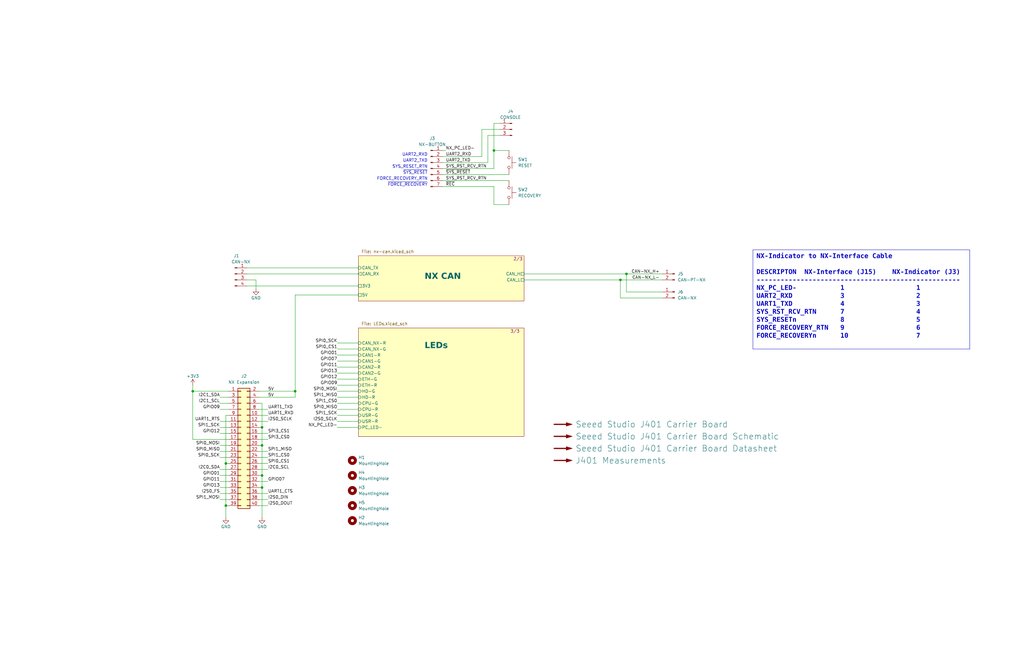
<source format=kicad_sch>
(kicad_sch (version 20231120) (generator "eeschema") (generator_version "8.0")
  (paper "B")
  (title_block (title "NX Indicator Board") (date "2023-08-28") (rev "1") (company "971 Spartan Robotics"))
  (lib_symbols
    (symbol "Connector:Conn_01x02_Pin" (pin_names (offset 1.016) hide)
      (property "Reference" "J" (at 0 2.54 0))
      (property "Value" "Conn_01x02_Pin" (at 0 -5.08 0))
      (symbol "Conn_01x02_Pin_1_1"
        (polyline (pts (xy 1.27 -2.54) (xy 0.8636 -2.54)) (stroke (width 0.1524)))
        (polyline (pts (xy 1.27 0) (xy 0.8636 0)) (stroke (width 0.1524)))
        (rectangle (start 0.8636 -2.413) (end 0 -2.667) (stroke (width 0.1524)) (fill (type outline)))
        (rectangle (start 0.8636 0.127) (end 0 -0.127) (stroke (width 0.1524)) (fill (type outline)))
        (pin passive line (at 5.08 0 180) (length 3.81) (name "Pin_1") (number "1"))
        (pin passive line (at 5.08 -2.54 180) (length 3.81) (name "Pin_2") (number "2"))
      )
    )
    (symbol "Connector:Conn_01x03_Pin" (pin_names (offset 1.016) hide)
      (property "Reference" "J" (at 0 5.08 0))
      (property "Value" "Conn_01x03_Pin" (at 0 -5.08 0))
      (symbol "Conn_01x03_Pin_1_1"
        (polyline (pts (xy 1.27 -2.54) (xy 0.8636 -2.54)) (stroke (width 0.1524)))
        (polyline (pts (xy 1.27 0) (xy 0.8636 0)) (stroke (width 0.1524)))
        (polyline (pts (xy 1.27 2.54) (xy 0.8636 2.54)) (stroke (width 0.1524)))
        (rectangle (start 0.8636 -2.413) (end 0 -2.667) (stroke (width 0.1524)) (fill (type outline)))
        (rectangle (start 0.8636 0.127) (end 0 -0.127) (stroke (width 0.1524)) (fill (type outline)))
        (rectangle (start 0.8636 2.667) (end 0 2.413) (stroke (width 0.1524)) (fill (type outline)))
        (pin passive line (at 5.08 2.54 180) (length 3.81) (name "Pin_1") (number "1"))
        (pin passive line (at 5.08 0 180) (length 3.81) (name "Pin_2") (number "2"))
        (pin passive line (at 5.08 -2.54 180) (length 3.81) (name "Pin_3") (number "3"))
      )
    )
    (symbol "Connector:Conn_01x04_Pin" (pin_names (offset 1.016) hide)
      (property "Reference" "J" (at 0 5.08 0))
      (property "Value" "Conn_01x04_Pin" (at 0 -7.62 0))
      (symbol "Conn_01x04_Pin_1_1"
        (polyline (pts (xy 1.27 -5.08) (xy 0.8636 -5.08)) (stroke (width 0.1524)))
        (polyline (pts (xy 1.27 -2.54) (xy 0.8636 -2.54)) (stroke (width 0.1524)))
        (polyline (pts (xy 1.27 0) (xy 0.8636 0)) (stroke (width 0.1524)))
        (polyline (pts (xy 1.27 2.54) (xy 0.8636 2.54)) (stroke (width 0.1524)))
        (rectangle (start 0.8636 -4.953) (end 0 -5.207) (stroke (width 0.1524)) (fill (type outline)))
        (rectangle (start 0.8636 -2.413) (end 0 -2.667) (stroke (width 0.1524)) (fill (type outline)))
        (rectangle (start 0.8636 0.127) (end 0 -0.127) (stroke (width 0.1524)) (fill (type outline)))
        (rectangle (start 0.8636 2.667) (end 0 2.413) (stroke (width 0.1524)) (fill (type outline)))
        (pin passive line (at 5.08 2.54 180) (length 3.81) (name "Pin_1") (number "1"))
        (pin passive line (at 5.08 0 180) (length 3.81) (name "Pin_2") (number "2"))
        (pin passive line (at 5.08 -2.54 180) (length 3.81) (name "Pin_3") (number "3"))
        (pin passive line (at 5.08 -5.08 180) (length 3.81) (name "Pin_4") (number "4"))
      )
    )
    (symbol "Connector:Conn_01x07_Pin" (pin_names (offset 1.016) hide)
      (property "Reference" "J" (at 0 10.16 0))
      (property "Value" "Conn_01x07_Pin" (at 0 -10.16 0))
      (symbol "Conn_01x07_Pin_1_1"
        (polyline (pts (xy 1.27 -7.62) (xy 0.8636 -7.62)) (stroke (width 0.1524)))
        (polyline (pts (xy 1.27 -5.08) (xy 0.8636 -5.08)) (stroke (width 0.1524)))
        (polyline (pts (xy 1.27 -2.54) (xy 0.8636 -2.54)) (stroke (width 0.1524)))
        (polyline (pts (xy 1.27 0) (xy 0.8636 0)) (stroke (width 0.1524)))
        (polyline (pts (xy 1.27 2.54) (xy 0.8636 2.54)) (stroke (width 0.1524)))
        (polyline (pts (xy 1.27 5.08) (xy 0.8636 5.08)) (stroke (width 0.1524)))
        (polyline (pts (xy 1.27 7.62) (xy 0.8636 7.62)) (stroke (width 0.1524)))
        (rectangle (start 0.8636 -7.493) (end 0 -7.747) (stroke (width 0.1524)) (fill (type outline)))
        (rectangle (start 0.8636 -4.953) (end 0 -5.207) (stroke (width 0.1524)) (fill (type outline)))
        (rectangle (start 0.8636 -2.413) (end 0 -2.667) (stroke (width 0.1524)) (fill (type outline)))
        (rectangle (start 0.8636 0.127) (end 0 -0.127) (stroke (width 0.1524)) (fill (type outline)))
        (rectangle (start 0.8636 2.667) (end 0 2.413) (stroke (width 0.1524)) (fill (type outline)))
        (rectangle (start 0.8636 5.207) (end 0 4.953) (stroke (width 0.1524)) (fill (type outline)))
        (rectangle (start 0.8636 7.747) (end 0 7.493) (stroke (width 0.1524)) (fill (type outline)))
        (pin passive line (at 5.08 7.62 180) (length 3.81) (name "Pin_1") (number "1"))
        (pin passive line (at 5.08 5.08 180) (length 3.81) (name "Pin_2") (number "2"))
        (pin passive line (at 5.08 2.54 180) (length 3.81) (name "Pin_3") (number "3"))
        (pin passive line (at 5.08 0 180) (length 3.81) (name "Pin_4") (number "4"))
        (pin passive line (at 5.08 -2.54 180) (length 3.81) (name "Pin_5") (number "5"))
        (pin passive line (at 5.08 -5.08 180) (length 3.81) (name "Pin_6") (number "6"))
        (pin passive line (at 5.08 -7.62 180) (length 3.81) (name "Pin_7") (number "7"))
      )
    )
    (symbol "Connector_Generic:Conn_02x20_Odd_Even" (pin_names (offset 1.016) hide)
      (property "Reference" "J" (at 1.27 25.4 0))
      (property "Value" "Conn_02x20_Odd_Even" (at 1.27 -27.94 0))
      (symbol "Conn_02x20_Odd_Even_1_1"
        (rectangle (start -1.27 -25.273) (end 0 -25.527) (stroke (width 0.1524)))
        (rectangle (start -1.27 -22.733) (end 0 -22.987) (stroke (width 0.1524)))
        (rectangle (start -1.27 -20.193) (end 0 -20.447) (stroke (width 0.1524)))
        (rectangle (start -1.27 -17.653) (end 0 -17.907) (stroke (width 0.1524)))
        (rectangle (start -1.27 -15.113) (end 0 -15.367) (stroke (width 0.1524)))
        (rectangle (start -1.27 -12.573) (end 0 -12.827) (stroke (width 0.1524)))
        (rectangle (start -1.27 -10.033) (end 0 -10.287) (stroke (width 0.1524)))
        (rectangle (start -1.27 -7.493) (end 0 -7.747) (stroke (width 0.1524)))
        (rectangle (start -1.27 -4.953) (end 0 -5.207) (stroke (width 0.1524)))
        (rectangle (start -1.27 -2.413) (end 0 -2.667) (stroke (width 0.1524)))
        (rectangle (start -1.27 0.127) (end 0 -0.127) (stroke (width 0.1524)))
        (rectangle (start -1.27 2.667) (end 0 2.413) (stroke (width 0.1524)))
        (rectangle (start -1.27 5.207) (end 0 4.953) (stroke (width 0.1524)))
        (rectangle (start -1.27 7.747) (end 0 7.493) (stroke (width 0.1524)))
        (rectangle (start -1.27 10.287) (end 0 10.033) (stroke (width 0.1524)))
        (rectangle (start -1.27 12.827) (end 0 12.573) (stroke (width 0.1524)))
        (rectangle (start -1.27 15.367) (end 0 15.113) (stroke (width 0.1524)))
        (rectangle (start -1.27 17.907) (end 0 17.653) (stroke (width 0.1524)))
        (rectangle (start -1.27 20.447) (end 0 20.193) (stroke (width 0.1524)))
        (rectangle (start -1.27 22.987) (end 0 22.733) (stroke (width 0.1524)))
        (rectangle (start -1.27 24.13) (end 3.81 -26.67) (stroke (width 0.254)) (fill (type background)))
        (rectangle (start 3.81 -25.273) (end 2.54 -25.527) (stroke (width 0.1524)))
        (rectangle (start 3.81 -22.733) (end 2.54 -22.987) (stroke (width 0.1524)))
        (rectangle (start 3.81 -20.193) (end 2.54 -20.447) (stroke (width 0.1524)))
        (rectangle (start 3.81 -17.653) (end 2.54 -17.907) (stroke (width 0.1524)))
        (rectangle (start 3.81 -15.113) (end 2.54 -15.367) (stroke (width 0.1524)))
        (rectangle (start 3.81 -12.573) (end 2.54 -12.827) (stroke (width 0.1524)))
        (rectangle (start 3.81 -10.033) (end 2.54 -10.287) (stroke (width 0.1524)))
        (rectangle (start 3.81 -7.493) (end 2.54 -7.747) (stroke (width 0.1524)))
        (rectangle (start 3.81 -4.953) (end 2.54 -5.207) (stroke (width 0.1524)))
        (rectangle (start 3.81 -2.413) (end 2.54 -2.667) (stroke (width 0.1524)))
        (rectangle (start 3.81 0.127) (end 2.54 -0.127) (stroke (width 0.1524)))
        (rectangle (start 3.81 2.667) (end 2.54 2.413) (stroke (width 0.1524)))
        (rectangle (start 3.81 5.207) (end 2.54 4.953) (stroke (width 0.1524)))
        (rectangle (start 3.81 7.747) (end 2.54 7.493) (stroke (width 0.1524)))
        (rectangle (start 3.81 10.287) (end 2.54 10.033) (stroke (width 0.1524)))
        (rectangle (start 3.81 12.827) (end 2.54 12.573) (stroke (width 0.1524)))
        (rectangle (start 3.81 15.367) (end 2.54 15.113) (stroke (width 0.1524)))
        (rectangle (start 3.81 17.907) (end 2.54 17.653) (stroke (width 0.1524)))
        (rectangle (start 3.81 20.447) (end 2.54 20.193) (stroke (width 0.1524)))
        (rectangle (start 3.81 22.987) (end 2.54 22.733) (stroke (width 0.1524)))
        (pin passive line (at -5.08 22.86 0) (length 3.81) (name "Pin_1") (number "1"))
        (pin passive line (at 7.62 12.7 180) (length 3.81) (name "Pin_10") (number "10"))
        (pin passive line (at -5.08 10.16 0) (length 3.81) (name "Pin_11") (number "11"))
        (pin passive line (at 7.62 10.16 180) (length 3.81) (name "Pin_12") (number "12"))
        (pin passive line (at -5.08 7.62 0) (length 3.81) (name "Pin_13") (number "13"))
        (pin passive line (at 7.62 7.62 180) (length 3.81) (name "Pin_14") (number "14"))
        (pin passive line (at -5.08 5.08 0) (length 3.81) (name "Pin_15") (number "15"))
        (pin passive line (at 7.62 5.08 180) (length 3.81) (name "Pin_16") (number "16"))
        (pin passive line (at -5.08 2.54 0) (length 3.81) (name "Pin_17") (number "17"))
        (pin passive line (at 7.62 2.54 180) (length 3.81) (name "Pin_18") (number "18"))
        (pin passive line (at -5.08 0 0) (length 3.81) (name "Pin_19") (number "19"))
        (pin passive line (at 7.62 22.86 180) (length 3.81) (name "Pin_2") (number "2"))
        (pin passive line (at 7.62 0 180) (length 3.81) (name "Pin_20") (number "20"))
        (pin passive line (at -5.08 -2.54 0) (length 3.81) (name "Pin_21") (number "21"))
        (pin passive line (at 7.62 -2.54 180) (length 3.81) (name "Pin_22") (number "22"))
        (pin passive line (at -5.08 -5.08 0) (length 3.81) (name "Pin_23") (number "23"))
        (pin passive line (at 7.62 -5.08 180) (length 3.81) (name "Pin_24") (number "24"))
        (pin passive line (at -5.08 -7.62 0) (length 3.81) (name "Pin_25") (number "25"))
        (pin passive line (at 7.62 -7.62 180) (length 3.81) (name "Pin_26") (number "26"))
        (pin passive line (at -5.08 -10.16 0) (length 3.81) (name "Pin_27") (number "27"))
        (pin passive line (at 7.62 -10.16 180) (length 3.81) (name "Pin_28") (number "28"))
        (pin passive line (at -5.08 -12.7 0) (length 3.81) (name "Pin_29") (number "29"))
        (pin passive line (at -5.08 20.32 0) (length 3.81) (name "Pin_3") (number "3"))
        (pin passive line (at 7.62 -12.7 180) (length 3.81) (name "Pin_30") (number "30"))
        (pin passive line (at -5.08 -15.24 0) (length 3.81) (name "Pin_31") (number "31"))
        (pin passive line (at 7.62 -15.24 180) (length 3.81) (name "Pin_32") (number "32"))
        (pin passive line (at -5.08 -17.78 0) (length 3.81) (name "Pin_33") (number "33"))
        (pin passive line (at 7.62 -17.78 180) (length 3.81) (name "Pin_34") (number "34"))
        (pin passive line (at -5.08 -20.32 0) (length 3.81) (name "Pin_35") (number "35"))
        (pin passive line (at 7.62 -20.32 180) (length 3.81) (name "Pin_36") (number "36"))
        (pin passive line (at -5.08 -22.86 0) (length 3.81) (name "Pin_37") (number "37"))
        (pin passive line (at 7.62 -22.86 180) (length 3.81) (name "Pin_38") (number "38"))
        (pin passive line (at -5.08 -25.4 0) (length 3.81) (name "Pin_39") (number "39"))
        (pin passive line (at 7.62 20.32 180) (length 3.81) (name "Pin_4") (number "4"))
        (pin passive line (at 7.62 -25.4 180) (length 3.81) (name "Pin_40") (number "40"))
        (pin passive line (at -5.08 17.78 0) (length 3.81) (name "Pin_5") (number "5"))
        (pin passive line (at 7.62 17.78 180) (length 3.81) (name "Pin_6") (number "6"))
        (pin passive line (at -5.08 15.24 0) (length 3.81) (name "Pin_7") (number "7"))
        (pin passive line (at 7.62 15.24 180) (length 3.81) (name "Pin_8") (number "8"))
        (pin passive line (at -5.08 12.7 0) (length 3.81) (name "Pin_9") (number "9"))
      )
    )
    (symbol "Graphic:SYM_Arrow_Large" (in_bom no) (on_board no)
      (symbol "SYM_Arrow_Large_0_1"
        (polyline (pts (xy 2.54 0) (xy -3.81 0)) (stroke (width 0.508)))
        (polyline (pts (xy 3.81 0) (xy 1.27 -0.762) (xy 1.27 0.762) (xy 3.81 0)) (fill (type outline)))
      )
    )
    (symbol "Mechanical:MountingHole" (pin_names (offset 1.016))
      (property "Reference" "H" (at 0 5.08 0))
      (property "Value" "MountingHole" (at 0 3.175 0))
      (symbol "MountingHole_0_1"
        (circle (center 0 0) (radius 1.27) (stroke (width 1.27)))
      )
    )
    (symbol "Switch:SW_Push" (pin_numbers hide) (pin_names (offset 1.016) hide)
      (property "Reference" "SW" (at 1.27 2.54 0))
      (property "Value" "SW_Push" (at 0 -1.524 0))
      (symbol "SW_Push_0_1"
        (circle (center -2.032 0) (radius 0.508))
        (polyline (pts (xy 0 1.27) (xy 0 3.048)))
        (polyline (pts (xy 2.54 1.27) (xy -2.54 1.27)))
        (circle (center 2.032 0) (radius 0.508))
        (pin passive line (at -5.08 0 0) (length 2.54) (name "1") (number "1"))
        (pin passive line (at 5.08 0 180) (length 2.54) (name "2") (number "2"))
      )
    )
    (symbol "power:+3V3" (power) (pin_names (offset 0))
      (property "Value" "+3V3" (at 0 3.556 0))
      (symbol "+3V3_0_1"
        (polyline (pts (xy -0.762 1.27) (xy 0 2.54)))
        (polyline (pts (xy 0 0) (xy 0 2.54)))
        (polyline (pts (xy 0 2.54) (xy 0.762 1.27)))
      )
      (symbol "+3V3_1_1"
        (pin power_in line (at 0 0 90) (length 0) hide (name "+3V3") (number "1"))
      )
    )
    (symbol "power:GND" (power) (pin_names (offset 0))
      (property "Value" "GND" (at 0 -3.81 0))
      (symbol "GND_0_1"
        (polyline (pts (xy 0 0) (xy 0 -1.27) (xy 1.27 -1.27) (xy 0 -2.54) (xy -1.27 -1.27) (xy 0 -1.27)))
      )
      (symbol "GND_1_1"
        (pin power_in line (at 0 0 270) (length 0) hide (name "GND") (number "1"))
      )
    )
  )
  (junction (at 208.28 63.5))
  (junction (at 124.46 165.1))
  (junction (at 95.25 195.58))
  (junction (at 81.28 165.1))
  (junction (at 95.25 213.36))
  (junction (at 110.49 180.34))
  (junction (at 110.49 187.96))
  (junction (at 110.49 200.66))
  (junction (at 110.49 205.74))
  (junction (at 264.16 115.57))
  (junction (at 261.62 118.11))
  (wire (pts (xy 92.71 177.8) (xy 96.52 177.8)))
  (wire (pts (xy 95.25 213.36) (xy 96.52 213.36)))
  (wire (pts (xy 110.49 205.74) (xy 110.49 218.44)))
  (wire (pts (xy 110.49 200.66) (xy 110.49 205.74)))
  (wire (pts (xy 109.22 195.58) (xy 113.03 195.58)))
  (wire (pts (xy 95.25 195.58) (xy 96.52 195.58)))
  (wire (pts (xy 109.22 185.42) (xy 113.03 185.42)))
  (wire (pts (xy 109.22 175.26) (xy 113.03 175.26)))
  (wire (pts (xy 142.24 180.34) (xy 151.13 180.34)))
  (wire (pts (xy 186.69 63.5) (xy 187.96 63.5)))
  (wire (pts (xy 279.4 123.19) (xy 264.16 123.19)))
  (wire (pts (xy 109.22 210.82) (xy 113.03 210.82)))
  (wire (pts (xy 214.63 63.5) (xy 208.28 63.5)))
  (wire (pts (xy 96.52 175.26) (xy 95.25 175.26)))
  (wire (pts (xy 110.49 180.34) (xy 110.49 187.96)))
  (wire (pts (xy 142.24 165.1) (xy 151.13 165.1)))
  (wire (pts (xy 109.22 198.12) (xy 113.03 198.12)))
  (wire (pts (xy 264.16 115.57) (xy 279.4 115.57)))
  (wire (pts (xy 142.24 172.72) (xy 151.13 172.72)))
  (wire (pts (xy 142.24 175.26) (xy 151.13 175.26)))
  (wire (pts (xy 142.24 160.02) (xy 151.13 160.02)))
  (wire (pts (xy 210.82 54.61) (xy 203.2 54.61)))
  (wire (pts (xy 109.22 187.96) (xy 110.49 187.96)))
  (wire (pts (xy 124.46 167.64) (xy 124.46 165.1)))
  (wire (pts (xy 142.24 147.32) (xy 151.13 147.32)))
  (wire (pts (xy 110.49 170.18) (xy 110.49 180.34)))
  (wire (pts (xy 208.28 78.74) (xy 208.28 86.36)))
  (wire (pts (xy 92.71 180.34) (xy 96.52 180.34)))
  (wire (pts (xy 264.16 123.19) (xy 264.16 115.57)))
  (wire (pts (xy 95.25 175.26) (xy 95.25 195.58)))
  (wire (pts (xy 261.62 118.11) (xy 279.4 118.11)))
  (wire (pts (xy 142.24 144.78) (xy 151.13 144.78)))
  (wire (pts (xy 109.22 165.1) (xy 124.46 165.1)))
  (wire (pts (xy 208.28 86.36) (xy 214.63 86.36)))
  (wire (pts (xy 186.69 68.58) (xy 205.74 68.58)))
  (wire (pts (xy 92.71 200.66) (xy 96.52 200.66)))
  (wire (pts (xy 205.74 57.15) (xy 210.82 57.15)))
  (wire (pts (xy 92.71 182.88) (xy 96.52 182.88)))
  (wire (pts (xy 261.62 125.73) (xy 261.62 118.11)))
  (wire (pts (xy 279.4 125.73) (xy 261.62 125.73)))
  (wire (pts (xy 92.71 203.2) (xy 96.52 203.2)))
  (wire (pts (xy 109.22 208.28) (xy 113.03 208.28)))
  (wire (pts (xy 142.24 177.8) (xy 151.13 177.8)))
  (wire (pts (xy 104.14 118.11) (xy 107.95 118.11)))
  (wire (pts (xy 81.28 165.1) (xy 96.52 165.1)))
  (wire (pts (xy 81.28 165.1) (xy 81.28 185.42)))
  (wire (pts (xy 142.24 170.18) (xy 151.13 170.18)))
  (wire (pts (xy 186.69 76.2) (xy 214.63 76.2)))
  (wire (pts (xy 186.69 71.12) (xy 208.28 71.12)))
  (wire (pts (xy 92.71 172.72) (xy 96.52 172.72)))
  (wire (pts (xy 92.71 187.96) (xy 96.52 187.96)))
  (wire (pts (xy 205.74 68.58) (xy 205.74 57.15)))
  (wire (pts (xy 110.49 187.96) (xy 110.49 200.66)))
  (wire (pts (xy 142.24 152.4) (xy 151.13 152.4)))
  (wire (pts (xy 104.14 115.57) (xy 151.13 115.57)))
  (wire (pts (xy 109.22 172.72) (xy 113.03 172.72)))
  (wire (pts (xy 186.69 78.74) (xy 208.28 78.74)))
  (wire (pts (xy 210.82 52.07) (xy 208.28 52.07)))
  (wire (pts (xy 142.24 162.56) (xy 151.13 162.56)))
  (wire (pts (xy 92.71 198.12) (xy 96.52 198.12)))
  (wire (pts (xy 142.24 157.48) (xy 151.13 157.48)))
  (wire (pts (xy 142.24 149.86) (xy 151.13 149.86)))
  (wire (pts (xy 220.98 115.57) (xy 264.16 115.57)))
  (wire (pts (xy 81.28 162.56) (xy 81.28 165.1)))
  (wire (pts (xy 92.71 167.64) (xy 96.52 167.64)))
  (wire (pts (xy 109.22 213.36) (xy 113.03 213.36)))
  (wire (pts (xy 95.25 213.36) (xy 95.25 218.44)))
  (wire (pts (xy 109.22 177.8) (xy 113.03 177.8)))
  (wire (pts (xy 109.22 205.74) (xy 110.49 205.74)))
  (wire (pts (xy 124.46 124.46) (xy 151.13 124.46)))
  (wire (pts (xy 208.28 63.5) (xy 208.28 71.12)))
  (wire (pts (xy 92.71 210.82) (xy 96.52 210.82)))
  (wire (pts (xy 142.24 154.94) (xy 151.13 154.94)))
  (wire (pts (xy 81.28 185.42) (xy 96.52 185.42)))
  (wire (pts (xy 109.22 167.64) (xy 124.46 167.64)))
  (wire (pts (xy 220.98 118.11) (xy 261.62 118.11)))
  (wire (pts (xy 208.28 52.07) (xy 208.28 63.5)))
  (wire (pts (xy 92.71 193.04) (xy 96.52 193.04)))
  (wire (pts (xy 109.22 200.66) (xy 110.49 200.66)))
  (wire (pts (xy 124.46 165.1) (xy 124.46 124.46)))
  (wire (pts (xy 92.71 170.18) (xy 96.52 170.18)))
  (wire (pts (xy 109.22 170.18) (xy 110.49 170.18)))
  (wire (pts (xy 104.14 120.65) (xy 151.13 120.65)))
  (wire (pts (xy 104.14 113.03) (xy 151.13 113.03)))
  (wire (pts (xy 186.69 66.04) (xy 203.2 66.04)))
  (wire (pts (xy 92.71 205.74) (xy 96.52 205.74)))
  (wire (pts (xy 142.24 167.64) (xy 151.13 167.64)))
  (wire (pts (xy 109.22 180.34) (xy 110.49 180.34)))
  (wire (pts (xy 109.22 193.04) (xy 113.03 193.04)))
  (wire (pts (xy 92.71 190.5) (xy 96.52 190.5)))
  (wire (pts (xy 95.25 195.58) (xy 95.25 213.36)))
  (wire (pts (xy 109.22 182.88) (xy 113.03 182.88)))
  (wire (pts (xy 203.2 54.61) (xy 203.2 66.04)))
  (wire (pts (xy 186.69 73.66) (xy 214.63 73.66)))
  (wire (pts (xy 92.71 208.28) (xy 96.52 208.28)))
  (wire (pts (xy 107.95 118.11) (xy 107.95 121.92)))
  (wire (pts (xy 109.22 190.5) (xy 113.03 190.5)))
  (wire (pts (xy 109.22 203.2) (xy 113.03 203.2)))
  (text_box "NX-Indicator to NX-Interface Cable\n\nDESCRIPTON  NX-Interface (J15)    NX-Indicator (J3)\n---------------------------------------------------\nNX_PC_LED-           1                  1\nUART2_RXD            3                  2\nUART1_TXD            4                  3\nSYS_RST_RCV_RTN      7                  4\nSYS_RESETn           8                  5\nFORCE_RECOVERY_RTN   9                  6\nFORCE_RECOVERYn      10                 7\n" (at 317.5 105.41 0) (size 91.44 41.91) (effects (font (size 2 2) (bold yes)) (justify left top)))
  (text "FORCE_RECOVERY_RTN" (at 180.34 76.2 0) (effects (font (size 1.27 1.27)) (justify right bottom)))
  (text "UART2_RXD" (at 180.34 66.04 0) (effects (font (size 1.27 1.27)) (justify right bottom)))
  (text "~{SYS_RESET}" (at 180.34 73.66 0) (effects (font (size 1.27 1.27)) (justify right bottom)))
  (text "UART2_TXD" (at 180.34 68.58 0) (effects (font (size 1.27 1.27)) (justify right bottom)))
  (text "~{FORCE_RECOVERY}" (at 180.34 78.74 0) (effects (font (size 1.27 1.27)) (justify right bottom)))
  (text "SYS_RESET_RTN" (at 180.34 71.12 0) (effects (font (size 1.27 1.27)) (justify right bottom)))
  (label "SPI0_SCK" (at 142.24 144.78 180))
  (label "I2C1_SCL" (at 92.71 170.18 180))
  (label "CAN-NX_L-" (at 278.13 118.11 180))
  (label "UART1_CTS" (at 113.03 208.28 0))
  (label "SPI1_SCK" (at 92.71 180.34 180))
  (label "GPIO11" (at 92.71 203.2 180))
  (label "GPIO01" (at 142.24 149.86 180))
  (label "5V" (at 113.03 167.64 0))
  (label "I2C0_SCL" (at 113.03 198.12 0))
  (label "GPIO09" (at 92.71 172.72 180))
  (label "I2S0_SCLK" (at 142.24 177.8 180))
  (label "SPI1_CS0" (at 113.03 193.04 0))
  (label "SPI1_MOSI" (at 92.71 210.82 180))
  (label "GPIO13" (at 142.24 157.48 180))
  (label "I2C0_SDA" (at 92.71 198.12 180))
  (label "SPI0_CS1" (at 113.03 195.58 0))
  (label "UART2_RXD" (at 187.96 66.04 0))
  (label "SPI0_SCK" (at 92.71 193.04 180))
  (label "GPIO09" (at 142.24 162.56 180))
  (label "SPI0_MISO" (at 142.24 172.72 180))
  (label "GPIO12" (at 92.71 182.88 180))
  (label "SPI0_MOSI" (at 92.71 187.96 180))
  (label "SYS_RST_RCV_RTN" (at 187.96 76.2 0))
  (label "GPIO11" (at 142.24 154.94 180))
  (label "SPI3_CS1" (at 113.03 182.88 0))
  (label "SPI1_MISO" (at 113.03 190.5 0))
  (label "GPIO07" (at 113.03 203.2 0))
  (label "5V" (at 113.03 165.1 0))
  (label "I2S0_DIN" (at 113.03 210.82 0))
  (label "SPI0_MOSI" (at 142.24 165.1 180))
  (label "SPI0_CS1" (at 142.24 147.32 180))
  (label "SPI0_MISO" (at 92.71 190.5 180))
  (label "NX_PC_LED-" (at 187.96 63.5 0))
  (label "UART1_TXD" (at 113.03 172.72 0))
  (label "I2S0_FS" (at 92.71 208.28 180))
  (label "SPI1_MISO" (at 142.24 167.64 180))
  (label "~{SYS_RESET}" (at 187.96 73.66 0))
  (label "SPI1_SCK" (at 142.24 175.26 180))
  (label "I2S0_DOUT" (at 113.03 213.36 0))
  (label "~{REC}" (at 187.96 78.74 0))
  (label "CAN-NX_H+" (at 278.13 115.57 180))
  (label "UART2_TXD" (at 187.96 68.58 0))
  (label "NX_PC_LED-" (at 142.24 180.34 180))
  (label "GPIO13" (at 92.71 205.74 180))
  (label "GPIO12" (at 142.24 160.02 180))
  (label "SYS_RST_RCV_RTN" (at 187.96 71.12 0))
  (label "SPI1_CS0" (at 142.24 170.18 180))
  (label "I2C1_SDA" (at 92.71 167.64 180))
  (label "I2S0_SCLK" (at 113.03 177.8 0))
  (label "GPIO07" (at 142.24 152.4 180))
  (label "UART1_RXD" (at 113.03 175.26 0))
  (label "SPI3_CS0" (at 113.03 185.42 0))
  (label "UART1_RTS" (at 92.71 177.8 180))
  (label "GPIO01" (at 92.71 200.66 180))
  (symbol (lib_id "power:GND") (at 107.95 121.92 0) (unit 1)
    (property "Reference" "#PWR01" (effects (hide yes)))
    (property "Value" "GND" (at 107.95 125.73 0))
  )
  (symbol (lib_id "Connector:Conn_01x02_Pin") (at 284.48 115.57 0) (mirror y) (unit 1)
    (property "Reference" "J5" (at 285.75 115.57 0) (effects (justify right)))
    (property "Value" "CAN-PT-NX" (at 285.75 118.11 0) (effects (justify right)))
    (property "Footprint" "NX-IndicatorBoard:70555-0001" (effects (hide yes)))
    (property "Datasheet" "Components/Molex-70555-0001.pdf" (effects (hide yes)))
    (property "MFG" "Molex" (effects (hide yes)))
    (property "MFG P/N" "0705550001" (effects (hide yes)))
    (property "DIST" "Digikey" (effects (hide yes)))
    (property "DIST P/N" "WM4164-ND" (effects (hide yes)))
  )
  (symbol (lib_id "Mechanical:MountingHole") (at 148.59 200.66 0) (unit 1) (in_bom no)
    (property "Reference" "H4" (at 151.13 199.39 0) (effects (justify left)))
    (property "Value" "MountingHole" (at 151.13 201.93 0) (effects (justify left)))
    (property "Footprint" "MountingHole:MountingHole_2.7mm_M2.5_Pad" (effects (hide yes)))
  )
  (symbol (lib_id "power:+3V3") (at 81.28 162.56 0) (unit 1)
    (property "Reference" "#PWR013" (effects (hide yes)))
    (property "Value" "+3V3" (at 81.28 158.75 0))
  )
  (symbol (lib_id "Graphic:SYM_Arrow_Large") (at 237.49 184.15 0) (unit 1) (in_bom no) (on_board no)
    (property "Reference" "#SYM3" (effects (hide yes)))
    (property "Value" "Seeed Studio J401 Carrier Board Schematic" (at 242.57 184.15 0) (effects (font (size 2.54 2.54)) (justify left)))
    (property "Datasheet" "https://files.seeedstudio.com/wiki/J401/reComputer_J401_SCH_V1.0.pdf" (effects (hide yes)))
  )
  (symbol (lib_id "Switch:SW_Push") (at 214.63 68.58 270) (unit 1)
    (property "Reference" "SW1" (at 218.44 67.31 90) (effects (justify left)))
    (property "Value" "RESET" (at 218.44 69.85 90) (effects (justify left)))
    (property "Footprint" "NX-IndicatorBoard:SW_TL1105VF100Q_EWI" (effects (hide yes)))
    (property "Datasheet" "Components/E-SWITCH-tl1105vf100q-drawing.pdf" (effects (hide yes)))
    (property "DIST" "Digikey" (effects (hide yes)))
    (property "DIST P/N" "EG2507-ND" (effects (hide yes)))
    (property "MFG" "E-Switch" (effects (hide yes)))
    (property "MFG P/N" "TL1105VF100Q" (effects (hide yes)))
  )
  (symbol (lib_id "power:GND") (at 110.49 218.44 0) (unit 1)
    (property "Reference" "#PWR09" (effects (hide yes)))
    (property "Value" "GND" (at 110.49 222.25 0))
  )
  (symbol (lib_id "Graphic:SYM_Arrow_Large") (at 237.49 189.23 0) (unit 1) (in_bom no) (on_board no)
    (property "Reference" "#SYM4" (effects (hide yes)))
    (property "Value" "Seeed Studio J401 Carrier Board Datasheet" (at 242.57 189.23 0) (effects (font (size 2.54 2.54)) (justify left)))
    (property "Datasheet" "https://files.seeedstudio.com/wiki/reComputer-J4012/reComputer-J401-datasheet.pdf" (effects (hide yes)))
  )
  (symbol (lib_id "Graphic:SYM_Arrow_Large") (at 237.49 179.07 0) (unit 1) (in_bom no) (on_board no)
    (property "Reference" "#SYM2" (effects (hide yes)))
    (property "Value" "Seeed Studio J401 Carrier Board" (at 242.57 179.07 0) (effects (font (size 2.54 2.54)) (justify left)))
    (property "Datasheet" "https://www.seeedstudio.com/reComputer-J401-Carrier-Board-for-Jetson-Orin-NX-Orin-Nano-p-5636.html" (effects (hide yes)))
  )
  (symbol (lib_id "Mechanical:MountingHole") (at 148.59 213.36 0) (unit 1) (in_bom no)
    (property "Reference" "H5" (at 151.13 212.09 0) (effects (justify left)))
    (property "Value" "MountingHole" (at 151.13 214.63 0) (effects (justify left)))
    (property "Footprint" "MountingHole:MountingHole_2.7mm_M2.5_Pad" (effects (hide yes)))
  )
  (symbol (lib_id "Switch:SW_Push") (at 214.63 81.28 270) (unit 1)
    (property "Reference" "SW2" (at 218.44 80.01 90) (effects (justify left)))
    (property "Value" "RECOVERY" (at 218.44 82.55 90) (effects (justify left)))
    (property "Footprint" "NX-IndicatorBoard:SW_TL1105VF100Q_EWI" (effects (hide yes)))
    (property "Datasheet" "Components/E-SWITCH-tl1105vf100q-drawing.pdf" (effects (hide yes)))
    (property "DIST" "Digikey" (effects (hide yes)))
    (property "DIST P/N" "EG2507-ND" (effects (hide yes)))
    (property "MFG" "E-Switch" (effects (hide yes)))
    (property "MFG P/N" "TL1105VF100Q" (effects (hide yes)))
  )
  (symbol (lib_id "Graphic:SYM_Arrow_Large") (at 237.49 194.31 0) (unit 1) (in_bom no) (on_board no)
    (property "Reference" "#SYM1" (effects (hide yes)))
    (property "Value" "J401 Measurements" (at 242.57 194.31 0) (effects (font (size 2.54 2.54)) (justify left)))
    (property "Datasheet" "Components/J401 Measurements__Assembly.pdf" (effects (hide yes)))
  )
  (symbol (lib_id "power:GND") (at 95.25 218.44 0) (unit 1)
    (property "Reference" "#PWR010" (effects (hide yes)))
    (property "Value" "GND" (at 95.25 222.25 0))
  )
  (symbol (lib_id "Connector:Conn_01x07_Pin") (at 181.61 71.12 0) (unit 1)
    (property "Reference" "J3" (at 182.245 58.42 0))
    (property "Value" "NX-BUTTON" (at 182.245 60.96 0))
    (property "Footprint" "NX-IndicatorBoard:70541-0006" (effects (hide yes)))
    (property "Datasheet" "Components/Molex-70543-0001.pdf" (effects (hide yes)))
    (property "DIST" "Digikey" (effects (hide yes)))
    (property "DIST P/N" "WM4805-ND" (effects (hide yes)))
    (property "MFG" "Molex" (effects (hide yes)))
    (property "MFG P/N" "0705430006" (effects (hide yes)))
  )
  (symbol (lib_id "Connector_Generic:Conn_02x20_Odd_Even") (at 101.6 187.96 0) (unit 1)
    (property "Reference" "J2" (at 102.87 158.75 0))
    (property "Value" "NX Expansion" (at 102.87 161.29 0))
    (property "Footprint" "NX-IndicatorBoard:M20-782045" (effects (hide yes)))
    (property "Datasheet" "Components/Harwin-M20-781.pdf" (effects (hide yes)))
    (property "MFG" "Harwin" (effects (hide yes)))
    (property "MFG P/N" "M20-7812045" (effects (hide yes)))
    (property "DIST" "Digikey" (effects (hide yes)))
    (property "DIST P/N" "952-3218-ND" (effects (hide yes)))
  )
  (symbol (lib_id "Mechanical:MountingHole") (at 148.59 194.31 0) (unit 1) (in_bom no)
    (property "Reference" "H1" (at 151.13 193.04 0) (effects (justify left)))
    (property "Value" "MountingHole" (at 151.13 195.58 0) (effects (justify left)))
    (property "Footprint" "MountingHole:MountingHole_2.7mm_M2.5_Pad" (effects (hide yes)))
  )
  (symbol (lib_id "Connector:Conn_01x02_Pin") (at 284.48 123.19 0) (mirror y) (unit 1)
    (property "Reference" "J6" (at 285.75 123.19 0) (effects (justify right)))
    (property "Value" "CAN-NX" (at 285.75 125.73 0) (effects (justify right)))
    (property "Footprint" "NX-IndicatorBoard:70555-0001" (effects (hide yes)))
    (property "Datasheet" "Components/Molex-70555-0001.pdf" (effects (hide yes)))
    (property "MFG" "Molex" (effects (hide yes)))
    (property "MFG P/N" "0705550001" (effects (hide yes)))
    (property "DIST" "Digikey" (effects (hide yes)))
    (property "DIST P/N" "WM4164-ND" (effects (hide yes)))
  )
  (symbol (lib_id "Mechanical:MountingHole") (at 148.59 219.71 0) (unit 1) (in_bom no)
    (property "Reference" "H2" (at 151.13 218.44 0) (effects (justify left)))
    (property "Value" "MountingHole" (at 151.13 220.98 0) (effects (justify left)))
    (property "Footprint" "MountingHole:MountingHole_2.7mm_M2.5_Pad" (effects (hide yes)))
  )
  (symbol (lib_id "Mechanical:MountingHole") (at 148.59 207.01 0) (unit 1) (in_bom no)
    (property "Reference" "H3" (at 151.13 205.74 0) (effects (justify left)))
    (property "Value" "MountingHole" (at 151.13 208.28 0) (effects (justify left)))
    (property "Footprint" "MountingHole:MountingHole_2.7mm_M2.5_Pad" (effects (hide yes)))
  )
  (symbol (lib_id "Connector:Conn_01x04_Pin") (at 99.06 115.57 0) (unit 1)
    (property "Reference" "J1" (at 99.695 107.95 0))
    (property "Value" "CAN-NX" (at 101.6 110.49 0))
    (property "Footprint" "NX-IndicatorBoard:70543-0003" (effects (hide yes)))
    (property "Datasheet" "Components/Molex-70543-0001.pdf" (effects (hide yes)))
    (property "MFG" "Molex" (effects (hide yes)))
    (property "MFG P/N" "0705430003" (effects (hide yes)))
    (property "DIST" "Digikey" (effects (hide yes)))
    (property "DIST P/N" "WM4802-ND" (effects (hide yes)))
  )
  (symbol (lib_id "Connector:Conn_01x03_Pin") (at 215.9 54.61 0) (mirror y) (unit 1)
    (property "Reference" "J4" (at 215.265 46.99 0))
    (property "Value" "CONSOLE" (at 215.265 49.53 0))
    (property "Footprint" "NX-IndicatorBoard:70555-0002" (effects (hide yes)))
    (property "Datasheet" "Components/Molex-70555-0001.pdf" (effects (hide yes)))
    (property "DIST" "Digikey" (effects (hide yes)))
    (property "DIST P/N" "WM4165-ND" (effects (hide yes)))
    (property "MFG" "Molex" (effects (hide yes)))
    (property "MFG P/N" "0705550002" (effects (hide yes)))
  )
  (sheet (at 151.13 107.95) (size 69.85 19.05) (stroke (width 0.1524)) (fill (color 255 255 194 1.0000))
    (property "Sheetname" "NX CAN" (at 179.07 118.11 0) (effects (font (size 2.54 2.54) (bold yes)) (justify left bottom)))
    (property "Sheetfile" "nx-can.kicad_sch" (at 152.4 105.41 0) (effects (justify left top)))
    (property "Page" "${#}/${##}" (at 218.44 109.22 0))
    (pin "CAN_TX" input (at 151.13 113.03 180))
    (pin "CAN_RX" output (at 151.13 115.57 180))
    (pin "3V3" passive (at 151.13 120.65 180))
    (pin "CAN_H" passive (at 220.98 115.57 0))
    (pin "CAN_L" passive (at 220.98 118.11 0))
    (pin "5V" passive (at 151.13 124.46 180))
  )
  (sheet (at 151.13 138.43) (size 69.85 45.72) (stroke (width 0.1524)) (fill (color 255 255 194 1.0000))
    (property "Sheetname" "LEDs" (at 179.07 147.32 0) (effects (font (size 2.54 2.54) (bold yes)) (justify left bottom)))
    (property "Sheetfile" "LEDs.kicad_sch" (at 152.4 135.89 0) (effects (justify left top)))
    (property "Page" "${#}/${##}" (at 217.17 139.7 0))
    (pin "CAN_NX-R" input (at 151.13 144.78 180))
    (pin "ETH-R" input (at 151.13 162.56 180))
    (pin "ETH-G" input (at 151.13 160.02 180))
    (pin "CPU-R" input (at 151.13 172.72 180))
    (pin "CPU-G" input (at 151.13 170.18 180))
    (pin "CAN1-R" input (at 151.13 149.86 180))
    (pin "CAN1-G" input (at 151.13 152.4 180))
    (pin "CAN2-G" input (at 151.13 157.48 180))
    (pin "CAN2-R" input (at 151.13 154.94 180))
    (pin "PC_LED-" input (at 151.13 180.34 180))
    (pin "CAN_NX-G" input (at 151.13 147.32 180))
    (pin "HD-R" input (at 151.13 167.64 180))
    (pin "HD-G" input (at 151.13 165.1 180))
    (pin "USR-R" input (at 151.13 177.8 180))
    (pin "USR-G" input (at 151.13 175.26 180))
  )
)
</source>
